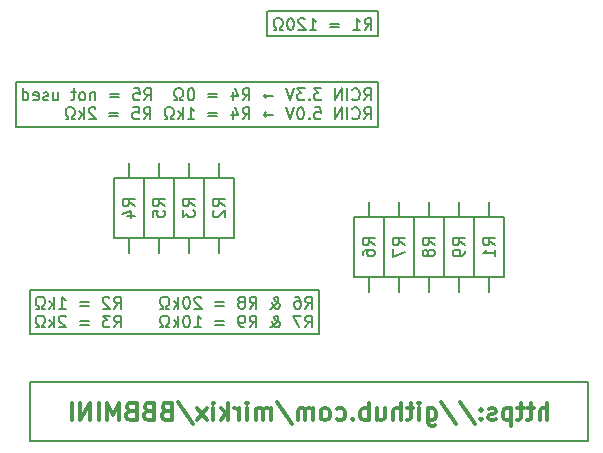
<source format=gbo>
G04 #@! TF.FileFunction,Legend,Bot*
%FSLAX46Y46*%
G04 Gerber Fmt 4.6, Leading zero omitted, Abs format (unit mm)*
G04 Created by KiCad (PCBNEW 0.201601051410+6422~40~ubuntu14.04.1-stable) date Mo 18 Jan 2016 21:21:09 CET*
%MOMM*%
G01*
G04 APERTURE LIST*
%ADD10C,0.100000*%
%ADD11C,0.200000*%
%ADD12C,0.300000*%
%ADD13C,0.150000*%
%ADD14C,4.064000*%
%ADD15R,2.032000X1.727200*%
%ADD16O,2.032000X1.727200*%
%ADD17R,1.727200X1.727200*%
%ADD18O,1.727200X1.727200*%
%ADD19R,2.032000X2.032000*%
%ADD20O,2.032000X2.032000*%
%ADD21R,1.727200X2.032000*%
%ADD22O,1.727200X2.032000*%
%ADD23C,1.998980*%
%ADD24R,1.200000X1.200000*%
%ADD25C,1.200000*%
%ADD26O,1.600000X1.600000*%
G04 APERTURE END LIST*
D10*
D11*
X71221600Y17068800D02*
X23977600Y17068800D01*
X71221600Y12039600D02*
X71221600Y17068800D01*
X23977600Y12039600D02*
X71221600Y12039600D01*
X23977600Y17068800D02*
X23977600Y12039600D01*
X44043600Y46329600D02*
X44043600Y48412400D01*
X53441600Y46329600D02*
X44043600Y46329600D01*
X53441600Y48412400D02*
X53441600Y46329600D01*
X44094400Y48412400D02*
X53441600Y48412400D01*
X52315619Y46842419D02*
X52648953Y47318610D01*
X52887048Y46842419D02*
X52887048Y47842419D01*
X52506095Y47842419D01*
X52410857Y47794800D01*
X52363238Y47747181D01*
X52315619Y47651943D01*
X52315619Y47509086D01*
X52363238Y47413848D01*
X52410857Y47366229D01*
X52506095Y47318610D01*
X52887048Y47318610D01*
X51363238Y46842419D02*
X51934667Y46842419D01*
X51648953Y46842419D02*
X51648953Y47842419D01*
X51744191Y47699562D01*
X51839429Y47604324D01*
X51934667Y47556705D01*
X50172762Y47366229D02*
X49410857Y47366229D01*
X49410857Y47080514D02*
X50172762Y47080514D01*
X47648952Y46842419D02*
X48220381Y46842419D01*
X47934667Y46842419D02*
X47934667Y47842419D01*
X48029905Y47699562D01*
X48125143Y47604324D01*
X48220381Y47556705D01*
X47268000Y47747181D02*
X47220381Y47794800D01*
X47125143Y47842419D01*
X46887047Y47842419D01*
X46791809Y47794800D01*
X46744190Y47747181D01*
X46696571Y47651943D01*
X46696571Y47556705D01*
X46744190Y47413848D01*
X47315619Y46842419D01*
X46696571Y46842419D01*
X46077524Y47842419D02*
X45982285Y47842419D01*
X45887047Y47794800D01*
X45839428Y47747181D01*
X45791809Y47651943D01*
X45744190Y47461467D01*
X45744190Y47223371D01*
X45791809Y47032895D01*
X45839428Y46937657D01*
X45887047Y46890038D01*
X45982285Y46842419D01*
X46077524Y46842419D01*
X46172762Y46890038D01*
X46220381Y46937657D01*
X46268000Y47032895D01*
X46315619Y47223371D01*
X46315619Y47461467D01*
X46268000Y47651943D01*
X46220381Y47747181D01*
X46172762Y47794800D01*
X46077524Y47842419D01*
X45363238Y46842419D02*
X45125143Y46842419D01*
X45125143Y47032895D01*
X45220381Y47080514D01*
X45315619Y47175752D01*
X45363238Y47318610D01*
X45363238Y47556705D01*
X45315619Y47699562D01*
X45220381Y47794800D01*
X45077524Y47842419D01*
X44887047Y47842419D01*
X44744190Y47794800D01*
X44648952Y47699562D01*
X44601333Y47556705D01*
X44601333Y47318610D01*
X44648952Y47175752D01*
X44744190Y47080514D01*
X44839428Y47032895D01*
X44839428Y46842419D01*
X44601333Y46842419D01*
X48412400Y24790400D02*
X48412400Y21132800D01*
X23977600Y24790400D02*
X48412400Y24790400D01*
X23977600Y21132800D02*
X23977600Y24790400D01*
X48412400Y21132800D02*
X23977600Y21132800D01*
X47286133Y23258419D02*
X47619467Y23734610D01*
X47857562Y23258419D02*
X47857562Y24258419D01*
X47476609Y24258419D01*
X47381371Y24210800D01*
X47333752Y24163181D01*
X47286133Y24067943D01*
X47286133Y23925086D01*
X47333752Y23829848D01*
X47381371Y23782229D01*
X47476609Y23734610D01*
X47857562Y23734610D01*
X46428990Y24258419D02*
X46619467Y24258419D01*
X46714705Y24210800D01*
X46762324Y24163181D01*
X46857562Y24020324D01*
X46905181Y23829848D01*
X46905181Y23448895D01*
X46857562Y23353657D01*
X46809943Y23306038D01*
X46714705Y23258419D01*
X46524228Y23258419D01*
X46428990Y23306038D01*
X46381371Y23353657D01*
X46333752Y23448895D01*
X46333752Y23686990D01*
X46381371Y23782229D01*
X46428990Y23829848D01*
X46524228Y23877467D01*
X46714705Y23877467D01*
X46809943Y23829848D01*
X46857562Y23782229D01*
X46905181Y23686990D01*
X44333752Y23258419D02*
X44381371Y23258419D01*
X44476609Y23306038D01*
X44619466Y23448895D01*
X44857561Y23734610D01*
X44952800Y23877467D01*
X45000419Y24020324D01*
X45000419Y24115562D01*
X44952800Y24210800D01*
X44857561Y24258419D01*
X44809942Y24258419D01*
X44714704Y24210800D01*
X44667085Y24115562D01*
X44667085Y24067943D01*
X44714704Y23972705D01*
X44762323Y23925086D01*
X45048038Y23734610D01*
X45095657Y23686990D01*
X45143276Y23591752D01*
X45143276Y23448895D01*
X45095657Y23353657D01*
X45048038Y23306038D01*
X44952800Y23258419D01*
X44809942Y23258419D01*
X44714704Y23306038D01*
X44667085Y23353657D01*
X44524228Y23544133D01*
X44476609Y23686990D01*
X44476609Y23782229D01*
X42571847Y23258419D02*
X42905181Y23734610D01*
X43143276Y23258419D02*
X43143276Y24258419D01*
X42762323Y24258419D01*
X42667085Y24210800D01*
X42619466Y24163181D01*
X42571847Y24067943D01*
X42571847Y23925086D01*
X42619466Y23829848D01*
X42667085Y23782229D01*
X42762323Y23734610D01*
X43143276Y23734610D01*
X42000419Y23829848D02*
X42095657Y23877467D01*
X42143276Y23925086D01*
X42190895Y24020324D01*
X42190895Y24067943D01*
X42143276Y24163181D01*
X42095657Y24210800D01*
X42000419Y24258419D01*
X41809942Y24258419D01*
X41714704Y24210800D01*
X41667085Y24163181D01*
X41619466Y24067943D01*
X41619466Y24020324D01*
X41667085Y23925086D01*
X41714704Y23877467D01*
X41809942Y23829848D01*
X42000419Y23829848D01*
X42095657Y23782229D01*
X42143276Y23734610D01*
X42190895Y23639371D01*
X42190895Y23448895D01*
X42143276Y23353657D01*
X42095657Y23306038D01*
X42000419Y23258419D01*
X41809942Y23258419D01*
X41714704Y23306038D01*
X41667085Y23353657D01*
X41619466Y23448895D01*
X41619466Y23639371D01*
X41667085Y23734610D01*
X41714704Y23782229D01*
X41809942Y23829848D01*
X40428990Y23782229D02*
X39667085Y23782229D01*
X39667085Y23496514D02*
X40428990Y23496514D01*
X38476609Y24163181D02*
X38428990Y24210800D01*
X38333752Y24258419D01*
X38095656Y24258419D01*
X38000418Y24210800D01*
X37952799Y24163181D01*
X37905180Y24067943D01*
X37905180Y23972705D01*
X37952799Y23829848D01*
X38524228Y23258419D01*
X37905180Y23258419D01*
X37286133Y24258419D02*
X37190894Y24258419D01*
X37095656Y24210800D01*
X37048037Y24163181D01*
X37000418Y24067943D01*
X36952799Y23877467D01*
X36952799Y23639371D01*
X37000418Y23448895D01*
X37048037Y23353657D01*
X37095656Y23306038D01*
X37190894Y23258419D01*
X37286133Y23258419D01*
X37381371Y23306038D01*
X37428990Y23353657D01*
X37476609Y23448895D01*
X37524228Y23639371D01*
X37524228Y23877467D01*
X37476609Y24067943D01*
X37428990Y24163181D01*
X37381371Y24210800D01*
X37286133Y24258419D01*
X36524228Y23258419D02*
X36524228Y24258419D01*
X36428990Y23639371D02*
X36143275Y23258419D01*
X36143275Y23925086D02*
X36524228Y23544133D01*
X35762323Y23258419D02*
X35524228Y23258419D01*
X35524228Y23448895D01*
X35619466Y23496514D01*
X35714704Y23591752D01*
X35762323Y23734610D01*
X35762323Y23972705D01*
X35714704Y24115562D01*
X35619466Y24210800D01*
X35476609Y24258419D01*
X35286132Y24258419D01*
X35143275Y24210800D01*
X35048037Y24115562D01*
X35000418Y23972705D01*
X35000418Y23734610D01*
X35048037Y23591752D01*
X35143275Y23496514D01*
X35238513Y23448895D01*
X35238513Y23258419D01*
X35000418Y23258419D01*
X47286133Y21658419D02*
X47619467Y22134610D01*
X47857562Y21658419D02*
X47857562Y22658419D01*
X47476609Y22658419D01*
X47381371Y22610800D01*
X47333752Y22563181D01*
X47286133Y22467943D01*
X47286133Y22325086D01*
X47333752Y22229848D01*
X47381371Y22182229D01*
X47476609Y22134610D01*
X47857562Y22134610D01*
X46952800Y22658419D02*
X46286133Y22658419D01*
X46714705Y21658419D01*
X44333752Y21658419D02*
X44381371Y21658419D01*
X44476609Y21706038D01*
X44619466Y21848895D01*
X44857561Y22134610D01*
X44952800Y22277467D01*
X45000419Y22420324D01*
X45000419Y22515562D01*
X44952800Y22610800D01*
X44857561Y22658419D01*
X44809942Y22658419D01*
X44714704Y22610800D01*
X44667085Y22515562D01*
X44667085Y22467943D01*
X44714704Y22372705D01*
X44762323Y22325086D01*
X45048038Y22134610D01*
X45095657Y22086990D01*
X45143276Y21991752D01*
X45143276Y21848895D01*
X45095657Y21753657D01*
X45048038Y21706038D01*
X44952800Y21658419D01*
X44809942Y21658419D01*
X44714704Y21706038D01*
X44667085Y21753657D01*
X44524228Y21944133D01*
X44476609Y22086990D01*
X44476609Y22182229D01*
X42571847Y21658419D02*
X42905181Y22134610D01*
X43143276Y21658419D02*
X43143276Y22658419D01*
X42762323Y22658419D01*
X42667085Y22610800D01*
X42619466Y22563181D01*
X42571847Y22467943D01*
X42571847Y22325086D01*
X42619466Y22229848D01*
X42667085Y22182229D01*
X42762323Y22134610D01*
X43143276Y22134610D01*
X42095657Y21658419D02*
X41905181Y21658419D01*
X41809942Y21706038D01*
X41762323Y21753657D01*
X41667085Y21896514D01*
X41619466Y22086990D01*
X41619466Y22467943D01*
X41667085Y22563181D01*
X41714704Y22610800D01*
X41809942Y22658419D01*
X42000419Y22658419D01*
X42095657Y22610800D01*
X42143276Y22563181D01*
X42190895Y22467943D01*
X42190895Y22229848D01*
X42143276Y22134610D01*
X42095657Y22086990D01*
X42000419Y22039371D01*
X41809942Y22039371D01*
X41714704Y22086990D01*
X41667085Y22134610D01*
X41619466Y22229848D01*
X40428990Y22182229D02*
X39667085Y22182229D01*
X39667085Y21896514D02*
X40428990Y21896514D01*
X37905180Y21658419D02*
X38476609Y21658419D01*
X38190895Y21658419D02*
X38190895Y22658419D01*
X38286133Y22515562D01*
X38381371Y22420324D01*
X38476609Y22372705D01*
X37286133Y22658419D02*
X37190894Y22658419D01*
X37095656Y22610800D01*
X37048037Y22563181D01*
X37000418Y22467943D01*
X36952799Y22277467D01*
X36952799Y22039371D01*
X37000418Y21848895D01*
X37048037Y21753657D01*
X37095656Y21706038D01*
X37190894Y21658419D01*
X37286133Y21658419D01*
X37381371Y21706038D01*
X37428990Y21753657D01*
X37476609Y21848895D01*
X37524228Y22039371D01*
X37524228Y22277467D01*
X37476609Y22467943D01*
X37428990Y22563181D01*
X37381371Y22610800D01*
X37286133Y22658419D01*
X36524228Y21658419D02*
X36524228Y22658419D01*
X36428990Y22039371D02*
X36143275Y21658419D01*
X36143275Y22325086D02*
X36524228Y21944133D01*
X35762323Y21658419D02*
X35524228Y21658419D01*
X35524228Y21848895D01*
X35619466Y21896514D01*
X35714704Y21991752D01*
X35762323Y22134610D01*
X35762323Y22372705D01*
X35714704Y22515562D01*
X35619466Y22610800D01*
X35476609Y22658419D01*
X35286132Y22658419D01*
X35143275Y22610800D01*
X35048037Y22515562D01*
X35000418Y22372705D01*
X35000418Y22134610D01*
X35048037Y21991752D01*
X35143275Y21896514D01*
X35238513Y21848895D01*
X35238513Y21658419D01*
X35000418Y21658419D01*
X31092876Y23258419D02*
X31426210Y23734610D01*
X31664305Y23258419D02*
X31664305Y24258419D01*
X31283352Y24258419D01*
X31188114Y24210800D01*
X31140495Y24163181D01*
X31092876Y24067943D01*
X31092876Y23925086D01*
X31140495Y23829848D01*
X31188114Y23782229D01*
X31283352Y23734610D01*
X31664305Y23734610D01*
X30711924Y24163181D02*
X30664305Y24210800D01*
X30569067Y24258419D01*
X30330971Y24258419D01*
X30235733Y24210800D01*
X30188114Y24163181D01*
X30140495Y24067943D01*
X30140495Y23972705D01*
X30188114Y23829848D01*
X30759543Y23258419D01*
X30140495Y23258419D01*
X28950019Y23782229D02*
X28188114Y23782229D01*
X28188114Y23496514D02*
X28950019Y23496514D01*
X26426209Y23258419D02*
X26997638Y23258419D01*
X26711924Y23258419D02*
X26711924Y24258419D01*
X26807162Y24115562D01*
X26902400Y24020324D01*
X26997638Y23972705D01*
X25997638Y23258419D02*
X25997638Y24258419D01*
X25902400Y23639371D02*
X25616685Y23258419D01*
X25616685Y23925086D02*
X25997638Y23544133D01*
X25235733Y23258419D02*
X24997638Y23258419D01*
X24997638Y23448895D01*
X25092876Y23496514D01*
X25188114Y23591752D01*
X25235733Y23734610D01*
X25235733Y23972705D01*
X25188114Y24115562D01*
X25092876Y24210800D01*
X24950019Y24258419D01*
X24759542Y24258419D01*
X24616685Y24210800D01*
X24521447Y24115562D01*
X24473828Y23972705D01*
X24473828Y23734610D01*
X24521447Y23591752D01*
X24616685Y23496514D01*
X24711923Y23448895D01*
X24711923Y23258419D01*
X24473828Y23258419D01*
X31092876Y21658419D02*
X31426210Y22134610D01*
X31664305Y21658419D02*
X31664305Y22658419D01*
X31283352Y22658419D01*
X31188114Y22610800D01*
X31140495Y22563181D01*
X31092876Y22467943D01*
X31092876Y22325086D01*
X31140495Y22229848D01*
X31188114Y22182229D01*
X31283352Y22134610D01*
X31664305Y22134610D01*
X30759543Y22658419D02*
X30140495Y22658419D01*
X30473829Y22277467D01*
X30330971Y22277467D01*
X30235733Y22229848D01*
X30188114Y22182229D01*
X30140495Y22086990D01*
X30140495Y21848895D01*
X30188114Y21753657D01*
X30235733Y21706038D01*
X30330971Y21658419D01*
X30616686Y21658419D01*
X30711924Y21706038D01*
X30759543Y21753657D01*
X28950019Y22182229D02*
X28188114Y22182229D01*
X28188114Y21896514D02*
X28950019Y21896514D01*
X26997638Y22563181D02*
X26950019Y22610800D01*
X26854781Y22658419D01*
X26616685Y22658419D01*
X26521447Y22610800D01*
X26473828Y22563181D01*
X26426209Y22467943D01*
X26426209Y22372705D01*
X26473828Y22229848D01*
X27045257Y21658419D01*
X26426209Y21658419D01*
X25997638Y21658419D02*
X25997638Y22658419D01*
X25902400Y22039371D02*
X25616685Y21658419D01*
X25616685Y22325086D02*
X25997638Y21944133D01*
X25235733Y21658419D02*
X24997638Y21658419D01*
X24997638Y21848895D01*
X25092876Y21896514D01*
X25188114Y21991752D01*
X25235733Y22134610D01*
X25235733Y22372705D01*
X25188114Y22515562D01*
X25092876Y22610800D01*
X24950019Y22658419D01*
X24759542Y22658419D01*
X24616685Y22610800D01*
X24521447Y22515562D01*
X24473828Y22372705D01*
X24473828Y22134610D01*
X24521447Y21991752D01*
X24616685Y21896514D01*
X24711923Y21848895D01*
X24711923Y21658419D01*
X24473828Y21658419D01*
X53441600Y42468800D02*
X22758400Y42468800D01*
X53441600Y38658800D02*
X53441600Y42468800D01*
X22758400Y38658800D02*
X53441600Y38658800D01*
X22758400Y42468800D02*
X22758400Y38658800D01*
X52276476Y40886019D02*
X52609810Y41362210D01*
X52847905Y40886019D02*
X52847905Y41886019D01*
X52466952Y41886019D01*
X52371714Y41838400D01*
X52324095Y41790781D01*
X52276476Y41695543D01*
X52276476Y41552686D01*
X52324095Y41457448D01*
X52371714Y41409829D01*
X52466952Y41362210D01*
X52847905Y41362210D01*
X51276476Y40981257D02*
X51324095Y40933638D01*
X51466952Y40886019D01*
X51562190Y40886019D01*
X51705048Y40933638D01*
X51800286Y41028876D01*
X51847905Y41124114D01*
X51895524Y41314590D01*
X51895524Y41457448D01*
X51847905Y41647924D01*
X51800286Y41743162D01*
X51705048Y41838400D01*
X51562190Y41886019D01*
X51466952Y41886019D01*
X51324095Y41838400D01*
X51276476Y41790781D01*
X50847905Y40886019D02*
X50847905Y41886019D01*
X50371715Y40886019D02*
X50371715Y41886019D01*
X49800286Y40886019D01*
X49800286Y41886019D01*
X48657429Y41886019D02*
X48038381Y41886019D01*
X48371715Y41505067D01*
X48228857Y41505067D01*
X48133619Y41457448D01*
X48086000Y41409829D01*
X48038381Y41314590D01*
X48038381Y41076495D01*
X48086000Y40981257D01*
X48133619Y40933638D01*
X48228857Y40886019D01*
X48514572Y40886019D01*
X48609810Y40933638D01*
X48657429Y40981257D01*
X47609810Y40981257D02*
X47562191Y40933638D01*
X47609810Y40886019D01*
X47657429Y40933638D01*
X47609810Y40981257D01*
X47609810Y40886019D01*
X47228858Y41886019D02*
X46609810Y41886019D01*
X46943144Y41505067D01*
X46800286Y41505067D01*
X46705048Y41457448D01*
X46657429Y41409829D01*
X46609810Y41314590D01*
X46609810Y41076495D01*
X46657429Y40981257D01*
X46705048Y40933638D01*
X46800286Y40886019D01*
X47086001Y40886019D01*
X47181239Y40933638D01*
X47228858Y40981257D01*
X46324096Y41886019D02*
X45990763Y40886019D01*
X45657429Y41886019D01*
X44562191Y41266971D02*
X43800286Y41266971D01*
X43990762Y41076495D02*
X43800286Y41266971D01*
X43990762Y41457448D01*
X41990762Y40886019D02*
X42324096Y41362210D01*
X42562191Y40886019D02*
X42562191Y41886019D01*
X42181238Y41886019D01*
X42086000Y41838400D01*
X42038381Y41790781D01*
X41990762Y41695543D01*
X41990762Y41552686D01*
X42038381Y41457448D01*
X42086000Y41409829D01*
X42181238Y41362210D01*
X42562191Y41362210D01*
X41133619Y41552686D02*
X41133619Y40886019D01*
X41371715Y41933638D02*
X41609810Y41219352D01*
X40990762Y41219352D01*
X39847905Y41409829D02*
X39086000Y41409829D01*
X39086000Y41124114D02*
X39847905Y41124114D01*
X37657429Y41886019D02*
X37562190Y41886019D01*
X37466952Y41838400D01*
X37419333Y41790781D01*
X37371714Y41695543D01*
X37324095Y41505067D01*
X37324095Y41266971D01*
X37371714Y41076495D01*
X37419333Y40981257D01*
X37466952Y40933638D01*
X37562190Y40886019D01*
X37657429Y40886019D01*
X37752667Y40933638D01*
X37800286Y40981257D01*
X37847905Y41076495D01*
X37895524Y41266971D01*
X37895524Y41505067D01*
X37847905Y41695543D01*
X37800286Y41790781D01*
X37752667Y41838400D01*
X37657429Y41886019D01*
X36943143Y40886019D02*
X36705048Y40886019D01*
X36705048Y41076495D01*
X36800286Y41124114D01*
X36895524Y41219352D01*
X36943143Y41362210D01*
X36943143Y41600305D01*
X36895524Y41743162D01*
X36800286Y41838400D01*
X36657429Y41886019D01*
X36466952Y41886019D01*
X36324095Y41838400D01*
X36228857Y41743162D01*
X36181238Y41600305D01*
X36181238Y41362210D01*
X36228857Y41219352D01*
X36324095Y41124114D01*
X36419333Y41076495D01*
X36419333Y40886019D01*
X36181238Y40886019D01*
X33657428Y40886019D02*
X33990762Y41362210D01*
X34228857Y40886019D02*
X34228857Y41886019D01*
X33847904Y41886019D01*
X33752666Y41838400D01*
X33705047Y41790781D01*
X33657428Y41695543D01*
X33657428Y41552686D01*
X33705047Y41457448D01*
X33752666Y41409829D01*
X33847904Y41362210D01*
X34228857Y41362210D01*
X32752666Y41886019D02*
X33228857Y41886019D01*
X33276476Y41409829D01*
X33228857Y41457448D01*
X33133619Y41505067D01*
X32895523Y41505067D01*
X32800285Y41457448D01*
X32752666Y41409829D01*
X32705047Y41314590D01*
X32705047Y41076495D01*
X32752666Y40981257D01*
X32800285Y40933638D01*
X32895523Y40886019D01*
X33133619Y40886019D01*
X33228857Y40933638D01*
X33276476Y40981257D01*
X31514571Y41409829D02*
X30752666Y41409829D01*
X30752666Y41124114D02*
X31514571Y41124114D01*
X29514571Y41552686D02*
X29514571Y40886019D01*
X29514571Y41457448D02*
X29466952Y41505067D01*
X29371714Y41552686D01*
X29228856Y41552686D01*
X29133618Y41505067D01*
X29085999Y41409829D01*
X29085999Y40886019D01*
X28466952Y40886019D02*
X28562190Y40933638D01*
X28609809Y40981257D01*
X28657428Y41076495D01*
X28657428Y41362210D01*
X28609809Y41457448D01*
X28562190Y41505067D01*
X28466952Y41552686D01*
X28324094Y41552686D01*
X28228856Y41505067D01*
X28181237Y41457448D01*
X28133618Y41362210D01*
X28133618Y41076495D01*
X28181237Y40981257D01*
X28228856Y40933638D01*
X28324094Y40886019D01*
X28466952Y40886019D01*
X27847904Y41552686D02*
X27466952Y41552686D01*
X27705047Y41886019D02*
X27705047Y41028876D01*
X27657428Y40933638D01*
X27562190Y40886019D01*
X27466952Y40886019D01*
X25943141Y41552686D02*
X25943141Y40886019D01*
X26371713Y41552686D02*
X26371713Y41028876D01*
X26324094Y40933638D01*
X26228856Y40886019D01*
X26085998Y40886019D01*
X25990760Y40933638D01*
X25943141Y40981257D01*
X25514570Y40933638D02*
X25419332Y40886019D01*
X25228856Y40886019D01*
X25133617Y40933638D01*
X25085998Y41028876D01*
X25085998Y41076495D01*
X25133617Y41171733D01*
X25228856Y41219352D01*
X25371713Y41219352D01*
X25466951Y41266971D01*
X25514570Y41362210D01*
X25514570Y41409829D01*
X25466951Y41505067D01*
X25371713Y41552686D01*
X25228856Y41552686D01*
X25133617Y41505067D01*
X24276474Y40933638D02*
X24371712Y40886019D01*
X24562189Y40886019D01*
X24657427Y40933638D01*
X24705046Y41028876D01*
X24705046Y41409829D01*
X24657427Y41505067D01*
X24562189Y41552686D01*
X24371712Y41552686D01*
X24276474Y41505067D01*
X24228855Y41409829D01*
X24228855Y41314590D01*
X24705046Y41219352D01*
X23371712Y40886019D02*
X23371712Y41886019D01*
X23371712Y40933638D02*
X23466950Y40886019D01*
X23657427Y40886019D01*
X23752665Y40933638D01*
X23800284Y40981257D01*
X23847903Y41076495D01*
X23847903Y41362210D01*
X23800284Y41457448D01*
X23752665Y41505067D01*
X23657427Y41552686D01*
X23466950Y41552686D01*
X23371712Y41505067D01*
X52276476Y39286019D02*
X52609810Y39762210D01*
X52847905Y39286019D02*
X52847905Y40286019D01*
X52466952Y40286019D01*
X52371714Y40238400D01*
X52324095Y40190781D01*
X52276476Y40095543D01*
X52276476Y39952686D01*
X52324095Y39857448D01*
X52371714Y39809829D01*
X52466952Y39762210D01*
X52847905Y39762210D01*
X51276476Y39381257D02*
X51324095Y39333638D01*
X51466952Y39286019D01*
X51562190Y39286019D01*
X51705048Y39333638D01*
X51800286Y39428876D01*
X51847905Y39524114D01*
X51895524Y39714590D01*
X51895524Y39857448D01*
X51847905Y40047924D01*
X51800286Y40143162D01*
X51705048Y40238400D01*
X51562190Y40286019D01*
X51466952Y40286019D01*
X51324095Y40238400D01*
X51276476Y40190781D01*
X50847905Y39286019D02*
X50847905Y40286019D01*
X50371715Y39286019D02*
X50371715Y40286019D01*
X49800286Y39286019D01*
X49800286Y40286019D01*
X48086000Y40286019D02*
X48562191Y40286019D01*
X48609810Y39809829D01*
X48562191Y39857448D01*
X48466953Y39905067D01*
X48228857Y39905067D01*
X48133619Y39857448D01*
X48086000Y39809829D01*
X48038381Y39714590D01*
X48038381Y39476495D01*
X48086000Y39381257D01*
X48133619Y39333638D01*
X48228857Y39286019D01*
X48466953Y39286019D01*
X48562191Y39333638D01*
X48609810Y39381257D01*
X47609810Y39381257D02*
X47562191Y39333638D01*
X47609810Y39286019D01*
X47657429Y39333638D01*
X47609810Y39381257D01*
X47609810Y39286019D01*
X46943144Y40286019D02*
X46847905Y40286019D01*
X46752667Y40238400D01*
X46705048Y40190781D01*
X46657429Y40095543D01*
X46609810Y39905067D01*
X46609810Y39666971D01*
X46657429Y39476495D01*
X46705048Y39381257D01*
X46752667Y39333638D01*
X46847905Y39286019D01*
X46943144Y39286019D01*
X47038382Y39333638D01*
X47086001Y39381257D01*
X47133620Y39476495D01*
X47181239Y39666971D01*
X47181239Y39905067D01*
X47133620Y40095543D01*
X47086001Y40190781D01*
X47038382Y40238400D01*
X46943144Y40286019D01*
X46324096Y40286019D02*
X45990763Y39286019D01*
X45657429Y40286019D01*
X44562191Y39666971D02*
X43800286Y39666971D01*
X43990762Y39476495D02*
X43800286Y39666971D01*
X43990762Y39857448D01*
X41990762Y39286019D02*
X42324096Y39762210D01*
X42562191Y39286019D02*
X42562191Y40286019D01*
X42181238Y40286019D01*
X42086000Y40238400D01*
X42038381Y40190781D01*
X41990762Y40095543D01*
X41990762Y39952686D01*
X42038381Y39857448D01*
X42086000Y39809829D01*
X42181238Y39762210D01*
X42562191Y39762210D01*
X41133619Y39952686D02*
X41133619Y39286019D01*
X41371715Y40333638D02*
X41609810Y39619352D01*
X40990762Y39619352D01*
X39847905Y39809829D02*
X39086000Y39809829D01*
X39086000Y39524114D02*
X39847905Y39524114D01*
X37324095Y39286019D02*
X37895524Y39286019D01*
X37609810Y39286019D02*
X37609810Y40286019D01*
X37705048Y40143162D01*
X37800286Y40047924D01*
X37895524Y40000305D01*
X36895524Y39286019D02*
X36895524Y40286019D01*
X36800286Y39666971D02*
X36514571Y39286019D01*
X36514571Y39952686D02*
X36895524Y39571733D01*
X36133619Y39286019D02*
X35895524Y39286019D01*
X35895524Y39476495D01*
X35990762Y39524114D01*
X36086000Y39619352D01*
X36133619Y39762210D01*
X36133619Y40000305D01*
X36086000Y40143162D01*
X35990762Y40238400D01*
X35847905Y40286019D01*
X35657428Y40286019D01*
X35514571Y40238400D01*
X35419333Y40143162D01*
X35371714Y40000305D01*
X35371714Y39762210D01*
X35419333Y39619352D01*
X35514571Y39524114D01*
X35609809Y39476495D01*
X35609809Y39286019D01*
X35371714Y39286019D01*
X33609809Y39286019D02*
X33943143Y39762210D01*
X34181238Y39286019D02*
X34181238Y40286019D01*
X33800285Y40286019D01*
X33705047Y40238400D01*
X33657428Y40190781D01*
X33609809Y40095543D01*
X33609809Y39952686D01*
X33657428Y39857448D01*
X33705047Y39809829D01*
X33800285Y39762210D01*
X34181238Y39762210D01*
X32705047Y40286019D02*
X33181238Y40286019D01*
X33228857Y39809829D01*
X33181238Y39857448D01*
X33086000Y39905067D01*
X32847904Y39905067D01*
X32752666Y39857448D01*
X32705047Y39809829D01*
X32657428Y39714590D01*
X32657428Y39476495D01*
X32705047Y39381257D01*
X32752666Y39333638D01*
X32847904Y39286019D01*
X33086000Y39286019D01*
X33181238Y39333638D01*
X33228857Y39381257D01*
X31466952Y39809829D02*
X30705047Y39809829D01*
X30705047Y39524114D02*
X31466952Y39524114D01*
X29514571Y40190781D02*
X29466952Y40238400D01*
X29371714Y40286019D01*
X29133618Y40286019D01*
X29038380Y40238400D01*
X28990761Y40190781D01*
X28943142Y40095543D01*
X28943142Y40000305D01*
X28990761Y39857448D01*
X29562190Y39286019D01*
X28943142Y39286019D01*
X28514571Y39286019D02*
X28514571Y40286019D01*
X28419333Y39666971D02*
X28133618Y39286019D01*
X28133618Y39952686D02*
X28514571Y39571733D01*
X27752666Y39286019D02*
X27514571Y39286019D01*
X27514571Y39476495D01*
X27609809Y39524114D01*
X27705047Y39619352D01*
X27752666Y39762210D01*
X27752666Y40000305D01*
X27705047Y40143162D01*
X27609809Y40238400D01*
X27466952Y40286019D01*
X27276475Y40286019D01*
X27133618Y40238400D01*
X27038380Y40143162D01*
X26990761Y40000305D01*
X26990761Y39762210D01*
X27038380Y39619352D01*
X27133618Y39524114D01*
X27228856Y39476495D01*
X27228856Y39286019D01*
X26990761Y39286019D01*
D12*
X67793260Y13799429D02*
X67793260Y15299429D01*
X67150403Y13799429D02*
X67150403Y14585143D01*
X67221832Y14728000D01*
X67364689Y14799429D01*
X67578974Y14799429D01*
X67721832Y14728000D01*
X67793260Y14656571D01*
X66650403Y14799429D02*
X66078974Y14799429D01*
X66436117Y15299429D02*
X66436117Y14013714D01*
X66364689Y13870857D01*
X66221831Y13799429D01*
X66078974Y13799429D01*
X65793260Y14799429D02*
X65221831Y14799429D01*
X65578974Y15299429D02*
X65578974Y14013714D01*
X65507546Y13870857D01*
X65364688Y13799429D01*
X65221831Y13799429D01*
X64721831Y14799429D02*
X64721831Y13299429D01*
X64721831Y14728000D02*
X64578974Y14799429D01*
X64293260Y14799429D01*
X64150403Y14728000D01*
X64078974Y14656571D01*
X64007545Y14513714D01*
X64007545Y14085143D01*
X64078974Y13942286D01*
X64150403Y13870857D01*
X64293260Y13799429D01*
X64578974Y13799429D01*
X64721831Y13870857D01*
X63436117Y13870857D02*
X63293260Y13799429D01*
X63007545Y13799429D01*
X62864688Y13870857D01*
X62793260Y14013714D01*
X62793260Y14085143D01*
X62864688Y14228000D01*
X63007545Y14299429D01*
X63221831Y14299429D01*
X63364688Y14370857D01*
X63436117Y14513714D01*
X63436117Y14585143D01*
X63364688Y14728000D01*
X63221831Y14799429D01*
X63007545Y14799429D01*
X62864688Y14728000D01*
X62150402Y13942286D02*
X62078974Y13870857D01*
X62150402Y13799429D01*
X62221831Y13870857D01*
X62150402Y13942286D01*
X62150402Y13799429D01*
X62150402Y14728000D02*
X62078974Y14656571D01*
X62150402Y14585143D01*
X62221831Y14656571D01*
X62150402Y14728000D01*
X62150402Y14585143D01*
X60364688Y15370857D02*
X61650402Y13442286D01*
X58793259Y15370857D02*
X60078973Y13442286D01*
X57650401Y14799429D02*
X57650401Y13585143D01*
X57721830Y13442286D01*
X57793258Y13370857D01*
X57936115Y13299429D01*
X58150401Y13299429D01*
X58293258Y13370857D01*
X57650401Y13870857D02*
X57793258Y13799429D01*
X58078972Y13799429D01*
X58221830Y13870857D01*
X58293258Y13942286D01*
X58364687Y14085143D01*
X58364687Y14513714D01*
X58293258Y14656571D01*
X58221830Y14728000D01*
X58078972Y14799429D01*
X57793258Y14799429D01*
X57650401Y14728000D01*
X56936115Y13799429D02*
X56936115Y14799429D01*
X56936115Y15299429D02*
X57007544Y15228000D01*
X56936115Y15156571D01*
X56864687Y15228000D01*
X56936115Y15299429D01*
X56936115Y15156571D01*
X56436115Y14799429D02*
X55864686Y14799429D01*
X56221829Y15299429D02*
X56221829Y14013714D01*
X56150401Y13870857D01*
X56007543Y13799429D01*
X55864686Y13799429D01*
X55364686Y13799429D02*
X55364686Y15299429D01*
X54721829Y13799429D02*
X54721829Y14585143D01*
X54793258Y14728000D01*
X54936115Y14799429D01*
X55150400Y14799429D01*
X55293258Y14728000D01*
X55364686Y14656571D01*
X53364686Y14799429D02*
X53364686Y13799429D01*
X54007543Y14799429D02*
X54007543Y14013714D01*
X53936115Y13870857D01*
X53793257Y13799429D01*
X53578972Y13799429D01*
X53436115Y13870857D01*
X53364686Y13942286D01*
X52650400Y13799429D02*
X52650400Y15299429D01*
X52650400Y14728000D02*
X52507543Y14799429D01*
X52221829Y14799429D01*
X52078972Y14728000D01*
X52007543Y14656571D01*
X51936114Y14513714D01*
X51936114Y14085143D01*
X52007543Y13942286D01*
X52078972Y13870857D01*
X52221829Y13799429D01*
X52507543Y13799429D01*
X52650400Y13870857D01*
X51293257Y13942286D02*
X51221829Y13870857D01*
X51293257Y13799429D01*
X51364686Y13870857D01*
X51293257Y13942286D01*
X51293257Y13799429D01*
X49936114Y13870857D02*
X50078971Y13799429D01*
X50364685Y13799429D01*
X50507543Y13870857D01*
X50578971Y13942286D01*
X50650400Y14085143D01*
X50650400Y14513714D01*
X50578971Y14656571D01*
X50507543Y14728000D01*
X50364685Y14799429D01*
X50078971Y14799429D01*
X49936114Y14728000D01*
X49078971Y13799429D02*
X49221829Y13870857D01*
X49293257Y13942286D01*
X49364686Y14085143D01*
X49364686Y14513714D01*
X49293257Y14656571D01*
X49221829Y14728000D01*
X49078971Y14799429D01*
X48864686Y14799429D01*
X48721829Y14728000D01*
X48650400Y14656571D01*
X48578971Y14513714D01*
X48578971Y14085143D01*
X48650400Y13942286D01*
X48721829Y13870857D01*
X48864686Y13799429D01*
X49078971Y13799429D01*
X47936114Y13799429D02*
X47936114Y14799429D01*
X47936114Y14656571D02*
X47864686Y14728000D01*
X47721828Y14799429D01*
X47507543Y14799429D01*
X47364686Y14728000D01*
X47293257Y14585143D01*
X47293257Y13799429D01*
X47293257Y14585143D02*
X47221828Y14728000D01*
X47078971Y14799429D01*
X46864686Y14799429D01*
X46721828Y14728000D01*
X46650400Y14585143D01*
X46650400Y13799429D01*
X44864686Y15370857D02*
X46150400Y13442286D01*
X44364685Y13799429D02*
X44364685Y14799429D01*
X44364685Y14656571D02*
X44293257Y14728000D01*
X44150399Y14799429D01*
X43936114Y14799429D01*
X43793257Y14728000D01*
X43721828Y14585143D01*
X43721828Y13799429D01*
X43721828Y14585143D02*
X43650399Y14728000D01*
X43507542Y14799429D01*
X43293257Y14799429D01*
X43150399Y14728000D01*
X43078971Y14585143D01*
X43078971Y13799429D01*
X42364685Y13799429D02*
X42364685Y14799429D01*
X42364685Y15299429D02*
X42436114Y15228000D01*
X42364685Y15156571D01*
X42293257Y15228000D01*
X42364685Y15299429D01*
X42364685Y15156571D01*
X41650399Y13799429D02*
X41650399Y14799429D01*
X41650399Y14513714D02*
X41578971Y14656571D01*
X41507542Y14728000D01*
X41364685Y14799429D01*
X41221828Y14799429D01*
X40721828Y13799429D02*
X40721828Y15299429D01*
X40578971Y14370857D02*
X40150400Y13799429D01*
X40150400Y14799429D02*
X40721828Y14228000D01*
X39507542Y13799429D02*
X39507542Y14799429D01*
X39507542Y15299429D02*
X39578971Y15228000D01*
X39507542Y15156571D01*
X39436114Y15228000D01*
X39507542Y15299429D01*
X39507542Y15156571D01*
X38936113Y13799429D02*
X38150399Y14799429D01*
X38936113Y14799429D02*
X38150399Y13799429D01*
X36507542Y15370857D02*
X37793256Y13442286D01*
X35507541Y14585143D02*
X35293255Y14513714D01*
X35221827Y14442286D01*
X35150398Y14299429D01*
X35150398Y14085143D01*
X35221827Y13942286D01*
X35293255Y13870857D01*
X35436113Y13799429D01*
X36007541Y13799429D01*
X36007541Y15299429D01*
X35507541Y15299429D01*
X35364684Y15228000D01*
X35293255Y15156571D01*
X35221827Y15013714D01*
X35221827Y14870857D01*
X35293255Y14728000D01*
X35364684Y14656571D01*
X35507541Y14585143D01*
X36007541Y14585143D01*
X34007541Y14585143D02*
X33793255Y14513714D01*
X33721827Y14442286D01*
X33650398Y14299429D01*
X33650398Y14085143D01*
X33721827Y13942286D01*
X33793255Y13870857D01*
X33936113Y13799429D01*
X34507541Y13799429D01*
X34507541Y15299429D01*
X34007541Y15299429D01*
X33864684Y15228000D01*
X33793255Y15156571D01*
X33721827Y15013714D01*
X33721827Y14870857D01*
X33793255Y14728000D01*
X33864684Y14656571D01*
X34007541Y14585143D01*
X34507541Y14585143D01*
X32507541Y14585143D02*
X32293255Y14513714D01*
X32221827Y14442286D01*
X32150398Y14299429D01*
X32150398Y14085143D01*
X32221827Y13942286D01*
X32293255Y13870857D01*
X32436113Y13799429D01*
X33007541Y13799429D01*
X33007541Y15299429D01*
X32507541Y15299429D01*
X32364684Y15228000D01*
X32293255Y15156571D01*
X32221827Y15013714D01*
X32221827Y14870857D01*
X32293255Y14728000D01*
X32364684Y14656571D01*
X32507541Y14585143D01*
X33007541Y14585143D01*
X31507541Y13799429D02*
X31507541Y15299429D01*
X31007541Y14228000D01*
X30507541Y15299429D01*
X30507541Y13799429D01*
X29793255Y13799429D02*
X29793255Y15299429D01*
X29078969Y13799429D02*
X29078969Y15299429D01*
X28221826Y13799429D01*
X28221826Y15299429D01*
X27507540Y13799429D02*
X27507540Y15299429D01*
D13*
X64135000Y25908000D02*
X64135000Y30988000D01*
X64135000Y30988000D02*
X61595000Y30988000D01*
X61595000Y30988000D02*
X61595000Y25908000D01*
X61595000Y25908000D02*
X64135000Y25908000D01*
X62865000Y25908000D02*
X62865000Y24638000D01*
X62865000Y30988000D02*
X62865000Y32258000D01*
X41275000Y29210000D02*
X41275000Y34290000D01*
X41275000Y34290000D02*
X38735000Y34290000D01*
X38735000Y34290000D02*
X38735000Y29210000D01*
X38735000Y29210000D02*
X41275000Y29210000D01*
X40005000Y29210000D02*
X40005000Y27940000D01*
X40005000Y34290000D02*
X40005000Y35560000D01*
X36195000Y34290000D02*
X36195000Y29210000D01*
X36195000Y29210000D02*
X38735000Y29210000D01*
X38735000Y29210000D02*
X38735000Y34290000D01*
X38735000Y34290000D02*
X36195000Y34290000D01*
X37465000Y34290000D02*
X37465000Y35560000D01*
X37465000Y29210000D02*
X37465000Y27940000D01*
X31115000Y34290000D02*
X31115000Y29210000D01*
X31115000Y29210000D02*
X33655000Y29210000D01*
X33655000Y29210000D02*
X33655000Y34290000D01*
X33655000Y34290000D02*
X31115000Y34290000D01*
X32385000Y34290000D02*
X32385000Y35560000D01*
X32385000Y29210000D02*
X32385000Y27940000D01*
X36195000Y29210000D02*
X36195000Y34290000D01*
X36195000Y34290000D02*
X33655000Y34290000D01*
X33655000Y34290000D02*
X33655000Y29210000D01*
X33655000Y29210000D02*
X36195000Y29210000D01*
X34925000Y29210000D02*
X34925000Y27940000D01*
X34925000Y34290000D02*
X34925000Y35560000D01*
X51435000Y30988000D02*
X51435000Y25908000D01*
X51435000Y25908000D02*
X53975000Y25908000D01*
X53975000Y25908000D02*
X53975000Y30988000D01*
X53975000Y30988000D02*
X51435000Y30988000D01*
X52705000Y30988000D02*
X52705000Y32258000D01*
X52705000Y25908000D02*
X52705000Y24638000D01*
X56515000Y25908000D02*
X56515000Y30988000D01*
X56515000Y30988000D02*
X53975000Y30988000D01*
X53975000Y30988000D02*
X53975000Y25908000D01*
X53975000Y25908000D02*
X56515000Y25908000D01*
X55245000Y25908000D02*
X55245000Y24638000D01*
X55245000Y30988000D02*
X55245000Y32258000D01*
X59055000Y25908000D02*
X59055000Y30988000D01*
X59055000Y30988000D02*
X56515000Y30988000D01*
X56515000Y30988000D02*
X56515000Y25908000D01*
X56515000Y25908000D02*
X59055000Y25908000D01*
X57785000Y25908000D02*
X57785000Y24638000D01*
X57785000Y30988000D02*
X57785000Y32258000D01*
X59055000Y30988000D02*
X59055000Y25908000D01*
X59055000Y25908000D02*
X61595000Y25908000D01*
X61595000Y25908000D02*
X61595000Y30988000D01*
X61595000Y30988000D02*
X59055000Y30988000D01*
X60325000Y30988000D02*
X60325000Y32258000D01*
X60325000Y25908000D02*
X60325000Y24638000D01*
X63342781Y28614666D02*
X62866590Y28948000D01*
X63342781Y29186095D02*
X62342781Y29186095D01*
X62342781Y28805142D01*
X62390400Y28709904D01*
X62438019Y28662285D01*
X62533257Y28614666D01*
X62676114Y28614666D01*
X62771352Y28662285D01*
X62818971Y28709904D01*
X62866590Y28805142D01*
X62866590Y29186095D01*
X63342781Y27662285D02*
X63342781Y28233714D01*
X63342781Y27948000D02*
X62342781Y27948000D01*
X62485638Y28043238D01*
X62580876Y28138476D01*
X62628495Y28233714D01*
X40457381Y31916666D02*
X39981190Y32250000D01*
X40457381Y32488095D02*
X39457381Y32488095D01*
X39457381Y32107142D01*
X39505000Y32011904D01*
X39552619Y31964285D01*
X39647857Y31916666D01*
X39790714Y31916666D01*
X39885952Y31964285D01*
X39933571Y32011904D01*
X39981190Y32107142D01*
X39981190Y32488095D01*
X39552619Y31535714D02*
X39505000Y31488095D01*
X39457381Y31392857D01*
X39457381Y31154761D01*
X39505000Y31059523D01*
X39552619Y31011904D01*
X39647857Y30964285D01*
X39743095Y30964285D01*
X39885952Y31011904D01*
X40457381Y31583333D01*
X40457381Y30964285D01*
X37917381Y31916666D02*
X37441190Y32250000D01*
X37917381Y32488095D02*
X36917381Y32488095D01*
X36917381Y32107142D01*
X36965000Y32011904D01*
X37012619Y31964285D01*
X37107857Y31916666D01*
X37250714Y31916666D01*
X37345952Y31964285D01*
X37393571Y32011904D01*
X37441190Y32107142D01*
X37441190Y32488095D01*
X36917381Y31583333D02*
X36917381Y30964285D01*
X37298333Y31297619D01*
X37298333Y31154761D01*
X37345952Y31059523D01*
X37393571Y31011904D01*
X37488810Y30964285D01*
X37726905Y30964285D01*
X37822143Y31011904D01*
X37869762Y31059523D01*
X37917381Y31154761D01*
X37917381Y31440476D01*
X37869762Y31535714D01*
X37822143Y31583333D01*
X32837381Y31916666D02*
X32361190Y32250000D01*
X32837381Y32488095D02*
X31837381Y32488095D01*
X31837381Y32107142D01*
X31885000Y32011904D01*
X31932619Y31964285D01*
X32027857Y31916666D01*
X32170714Y31916666D01*
X32265952Y31964285D01*
X32313571Y32011904D01*
X32361190Y32107142D01*
X32361190Y32488095D01*
X32170714Y31059523D02*
X32837381Y31059523D01*
X31789762Y31297619D02*
X32504048Y31535714D01*
X32504048Y30916666D01*
X35377381Y31916666D02*
X34901190Y32250000D01*
X35377381Y32488095D02*
X34377381Y32488095D01*
X34377381Y32107142D01*
X34425000Y32011904D01*
X34472619Y31964285D01*
X34567857Y31916666D01*
X34710714Y31916666D01*
X34805952Y31964285D01*
X34853571Y32011904D01*
X34901190Y32107142D01*
X34901190Y32488095D01*
X34377381Y31011904D02*
X34377381Y31488095D01*
X34853571Y31535714D01*
X34805952Y31488095D01*
X34758333Y31392857D01*
X34758333Y31154761D01*
X34805952Y31059523D01*
X34853571Y31011904D01*
X34948810Y30964285D01*
X35186905Y30964285D01*
X35282143Y31011904D01*
X35329762Y31059523D01*
X35377381Y31154761D01*
X35377381Y31392857D01*
X35329762Y31488095D01*
X35282143Y31535714D01*
X53157381Y28614666D02*
X52681190Y28948000D01*
X53157381Y29186095D02*
X52157381Y29186095D01*
X52157381Y28805142D01*
X52205000Y28709904D01*
X52252619Y28662285D01*
X52347857Y28614666D01*
X52490714Y28614666D01*
X52585952Y28662285D01*
X52633571Y28709904D01*
X52681190Y28805142D01*
X52681190Y29186095D01*
X52157381Y27757523D02*
X52157381Y27948000D01*
X52205000Y28043238D01*
X52252619Y28090857D01*
X52395476Y28186095D01*
X52585952Y28233714D01*
X52966905Y28233714D01*
X53062143Y28186095D01*
X53109762Y28138476D01*
X53157381Y28043238D01*
X53157381Y27852761D01*
X53109762Y27757523D01*
X53062143Y27709904D01*
X52966905Y27662285D01*
X52728810Y27662285D01*
X52633571Y27709904D01*
X52585952Y27757523D01*
X52538333Y27852761D01*
X52538333Y28043238D01*
X52585952Y28138476D01*
X52633571Y28186095D01*
X52728810Y28233714D01*
X55697381Y28614666D02*
X55221190Y28948000D01*
X55697381Y29186095D02*
X54697381Y29186095D01*
X54697381Y28805142D01*
X54745000Y28709904D01*
X54792619Y28662285D01*
X54887857Y28614666D01*
X55030714Y28614666D01*
X55125952Y28662285D01*
X55173571Y28709904D01*
X55221190Y28805142D01*
X55221190Y29186095D01*
X54697381Y28281333D02*
X54697381Y27614666D01*
X55697381Y28043238D01*
X58237381Y28614666D02*
X57761190Y28948000D01*
X58237381Y29186095D02*
X57237381Y29186095D01*
X57237381Y28805142D01*
X57285000Y28709904D01*
X57332619Y28662285D01*
X57427857Y28614666D01*
X57570714Y28614666D01*
X57665952Y28662285D01*
X57713571Y28709904D01*
X57761190Y28805142D01*
X57761190Y29186095D01*
X57665952Y28043238D02*
X57618333Y28138476D01*
X57570714Y28186095D01*
X57475476Y28233714D01*
X57427857Y28233714D01*
X57332619Y28186095D01*
X57285000Y28138476D01*
X57237381Y28043238D01*
X57237381Y27852761D01*
X57285000Y27757523D01*
X57332619Y27709904D01*
X57427857Y27662285D01*
X57475476Y27662285D01*
X57570714Y27709904D01*
X57618333Y27757523D01*
X57665952Y27852761D01*
X57665952Y28043238D01*
X57713571Y28138476D01*
X57761190Y28186095D01*
X57856429Y28233714D01*
X58046905Y28233714D01*
X58142143Y28186095D01*
X58189762Y28138476D01*
X58237381Y28043238D01*
X58237381Y27852761D01*
X58189762Y27757523D01*
X58142143Y27709904D01*
X58046905Y27662285D01*
X57856429Y27662285D01*
X57761190Y27709904D01*
X57713571Y27757523D01*
X57665952Y27852761D01*
X60777381Y28614666D02*
X60301190Y28948000D01*
X60777381Y29186095D02*
X59777381Y29186095D01*
X59777381Y28805142D01*
X59825000Y28709904D01*
X59872619Y28662285D01*
X59967857Y28614666D01*
X60110714Y28614666D01*
X60205952Y28662285D01*
X60253571Y28709904D01*
X60301190Y28805142D01*
X60301190Y29186095D01*
X60777381Y28138476D02*
X60777381Y27948000D01*
X60729762Y27852761D01*
X60682143Y27805142D01*
X60539286Y27709904D01*
X60348810Y27662285D01*
X59967857Y27662285D01*
X59872619Y27709904D01*
X59825000Y27757523D01*
X59777381Y27852761D01*
X59777381Y28043238D01*
X59825000Y28138476D01*
X59872619Y28186095D01*
X59967857Y28233714D01*
X60205952Y28233714D01*
X60301190Y28186095D01*
X60348810Y28138476D01*
X60396429Y28043238D01*
X60396429Y27852761D01*
X60348810Y27757523D01*
X60301190Y27709904D01*
X60205952Y27662285D01*
%LPC*%
D14*
X26035000Y30734000D03*
D15*
X78740000Y12700000D03*
D16*
X78740000Y15240000D03*
X78740000Y17780000D03*
X78740000Y20320000D03*
X78740000Y22860000D03*
X78740000Y25400000D03*
X78740000Y27940000D03*
X78740000Y30480000D03*
X78740000Y33020000D03*
X78740000Y35560000D03*
X78740000Y38100000D03*
X78740000Y40640000D03*
D17*
X83820000Y12700000D03*
D18*
X81280000Y12700000D03*
X83820000Y15240000D03*
X81280000Y15240000D03*
X83820000Y17780000D03*
X81280000Y17780000D03*
X83820000Y20320000D03*
X81280000Y20320000D03*
X83820000Y22860000D03*
X81280000Y22860000D03*
X83820000Y25400000D03*
X81280000Y25400000D03*
X83820000Y27940000D03*
X81280000Y27940000D03*
X83820000Y30480000D03*
X81280000Y30480000D03*
X83820000Y33020000D03*
X81280000Y33020000D03*
X83820000Y35560000D03*
X81280000Y35560000D03*
X83820000Y38100000D03*
X81280000Y38100000D03*
X83820000Y40640000D03*
X81280000Y40640000D03*
D19*
X70460000Y41910000D03*
D20*
X70460000Y44450000D03*
D21*
X24765000Y19050000D03*
D22*
X27305000Y19050000D03*
X29845000Y19050000D03*
X32385000Y19050000D03*
X34925000Y19050000D03*
X37465000Y19050000D03*
X40005000Y19050000D03*
X42545000Y19050000D03*
X45085000Y19050000D03*
X47625000Y19050000D03*
D21*
X55245000Y19050000D03*
D22*
X57785000Y19050000D03*
X60325000Y19050000D03*
X62865000Y19050000D03*
X65405000Y19050000D03*
X67945000Y19050000D03*
X70485000Y19050000D03*
D17*
X19685000Y50165000D03*
D18*
X19685000Y52705000D03*
X22225000Y50165000D03*
X22225000Y52705000D03*
X24765000Y50165000D03*
X24765000Y52705000D03*
X27305000Y50165000D03*
X27305000Y52705000D03*
X29845000Y50165000D03*
X29845000Y52705000D03*
X32385000Y50165000D03*
X32385000Y52705000D03*
X34925000Y50165000D03*
X34925000Y52705000D03*
X37465000Y50165000D03*
X37465000Y52705000D03*
X40005000Y50165000D03*
X40005000Y52705000D03*
X42545000Y50165000D03*
X42545000Y52705000D03*
X45085000Y50165000D03*
X45085000Y52705000D03*
X47625000Y50165000D03*
X47625000Y52705000D03*
X50165000Y50165000D03*
X50165000Y52705000D03*
X52705000Y50165000D03*
X52705000Y52705000D03*
X55245000Y50165000D03*
X55245000Y52705000D03*
X57785000Y50165000D03*
X57785000Y52705000D03*
X60325000Y50165000D03*
X60325000Y52705000D03*
X62865000Y50165000D03*
X62865000Y52705000D03*
X65405000Y50165000D03*
X65405000Y52705000D03*
X67945000Y50165000D03*
X67945000Y52705000D03*
X70485000Y50165000D03*
X70485000Y52705000D03*
X73025000Y50165000D03*
X73025000Y52705000D03*
X75565000Y50165000D03*
X75565000Y52705000D03*
D17*
X19685000Y1905000D03*
D18*
X19685000Y4445000D03*
X22225000Y1905000D03*
X22225000Y4445000D03*
X24765000Y1905000D03*
X24765000Y4445000D03*
X27305000Y1905000D03*
X27305000Y4445000D03*
X29845000Y1905000D03*
X29845000Y4445000D03*
X32385000Y1905000D03*
X32385000Y4445000D03*
X34925000Y1905000D03*
X34925000Y4445000D03*
X37465000Y1905000D03*
X37465000Y4445000D03*
X40005000Y1905000D03*
X40005000Y4445000D03*
X42545000Y1905000D03*
X42545000Y4445000D03*
X45085000Y1905000D03*
X45085000Y4445000D03*
X47625000Y1905000D03*
X47625000Y4445000D03*
X50165000Y1905000D03*
X50165000Y4445000D03*
X52705000Y1905000D03*
X52705000Y4445000D03*
X55245000Y1905000D03*
X55245000Y4445000D03*
X57785000Y1905000D03*
X57785000Y4445000D03*
X60325000Y1905000D03*
X60325000Y4445000D03*
X62865000Y1905000D03*
X62865000Y4445000D03*
X65405000Y1905000D03*
X65405000Y4445000D03*
X67945000Y1905000D03*
X67945000Y4445000D03*
X70485000Y1905000D03*
X70485000Y4445000D03*
X73025000Y1905000D03*
X73025000Y4445000D03*
X75565000Y1905000D03*
X75565000Y4445000D03*
D19*
X12065000Y4445000D03*
D20*
X12065000Y1905000D03*
D21*
X70485000Y10160000D03*
D22*
X67945000Y10160000D03*
X65405000Y10160000D03*
X62865000Y10160000D03*
X60325000Y10160000D03*
X57785000Y10160000D03*
X55245000Y10160000D03*
D19*
X67920000Y41910000D03*
D20*
X67920000Y44450000D03*
D19*
X65380000Y41910000D03*
D20*
X65380000Y44450000D03*
D23*
X62865000Y23368000D03*
X62865000Y33528000D03*
D24*
X56947000Y39319200D03*
D25*
X56947000Y36819200D03*
D24*
X56947000Y41960800D03*
D25*
X56947000Y44460800D03*
D21*
X19685000Y10160000D03*
D22*
X17145000Y10160000D03*
X14605000Y10160000D03*
X12065000Y10160000D03*
X9525000Y10160000D03*
D21*
X47625000Y10160000D03*
D22*
X45085000Y10160000D03*
X42545000Y10160000D03*
X40005000Y10160000D03*
X37465000Y10160000D03*
D14*
X69215000Y28067000D03*
X46482000Y30734000D03*
D15*
X8636000Y49530000D03*
D16*
X8636000Y46990000D03*
X8636000Y44450000D03*
D15*
X2921000Y15240000D03*
D16*
X2921000Y12700000D03*
X2921000Y10160000D03*
D15*
X78740000Y49530000D03*
D16*
X78740000Y46990000D03*
X78740000Y44450000D03*
D21*
X40005000Y44450000D03*
D22*
X37465000Y44450000D03*
X34925000Y44450000D03*
X32385000Y44450000D03*
X29845000Y44450000D03*
D21*
X32385000Y10160000D03*
D22*
X29845000Y10160000D03*
X27305000Y10160000D03*
X24765000Y10160000D03*
D23*
X40005000Y26670000D03*
X40005000Y36830000D03*
X37465000Y36830000D03*
X37465000Y26670000D03*
X32385000Y36830000D03*
X32385000Y26670000D03*
X34925000Y26670000D03*
X34925000Y36830000D03*
D26*
X45085000Y36830000D03*
X47625000Y36830000D03*
X50165000Y36830000D03*
X52705000Y36830000D03*
X52705000Y44450000D03*
X50165000Y44450000D03*
X47625000Y44450000D03*
X45085000Y44450000D03*
D21*
X24765000Y44450000D03*
D22*
X22225000Y44450000D03*
X19685000Y44450000D03*
X17145000Y44450000D03*
D21*
X19685000Y13716000D03*
D22*
X17145000Y13716000D03*
X14605000Y13716000D03*
X12065000Y13716000D03*
X9525000Y13716000D03*
D21*
X70460000Y36830000D03*
D22*
X67920000Y36830000D03*
X65380000Y36830000D03*
D23*
X52705000Y33528000D03*
X52705000Y23368000D03*
X55245000Y23368000D03*
X55245000Y33528000D03*
X57785000Y23368000D03*
X57785000Y33528000D03*
X60325000Y33528000D03*
X60325000Y23368000D03*
M02*

</source>
